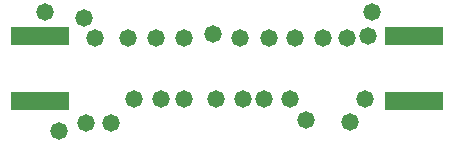
<source format=gbr>
%TF.GenerationSoftware,Altium Limited,Altium Designer,20.0.10 (225)*%
G04 Layer_Color=16711935*
%FSLAX26Y26*%
%MOIN*%
%TF.FileFunction,Soldermask,Bot*%
%TF.Part,Single*%
G01*
G75*
%TA.AperFunction,SMDPad,CuDef*%
%ADD13R,0.196850X0.062992*%
%TA.AperFunction,ViaPad*%
%ADD16C,0.058000*%
D13*
X3040945Y3521626D02*
D03*
Y3303516D02*
D03*
X1793958D02*
D03*
Y3521626D02*
D03*
D16*
X2370000Y3527618D02*
D03*
X2680000Y3240000D02*
D03*
X2875000Y3310000D02*
D03*
X2900000Y3600000D02*
D03*
X2885000Y3520000D02*
D03*
X1810000Y3600000D02*
D03*
X1940000Y3580000D02*
D03*
X1945000Y3230000D02*
D03*
X2030000D02*
D03*
X1975000Y3515000D02*
D03*
X2085000D02*
D03*
X2105000Y3310875D02*
D03*
X2195000D02*
D03*
X2180000Y3515000D02*
D03*
X2470000Y3310875D02*
D03*
X2274169Y3515000D02*
D03*
X2271856Y3310875D02*
D03*
X2380000D02*
D03*
X2540000D02*
D03*
X2458743Y3515000D02*
D03*
X2815000D02*
D03*
X2735000D02*
D03*
X2641332D02*
D03*
X2555000D02*
D03*
X2625000Y3310875D02*
D03*
X2825000Y3235000D02*
D03*
X1855000Y3205000D02*
D03*
%TF.MD5,3fedb80939ce50df239aae277e299244*%
M02*

</source>
